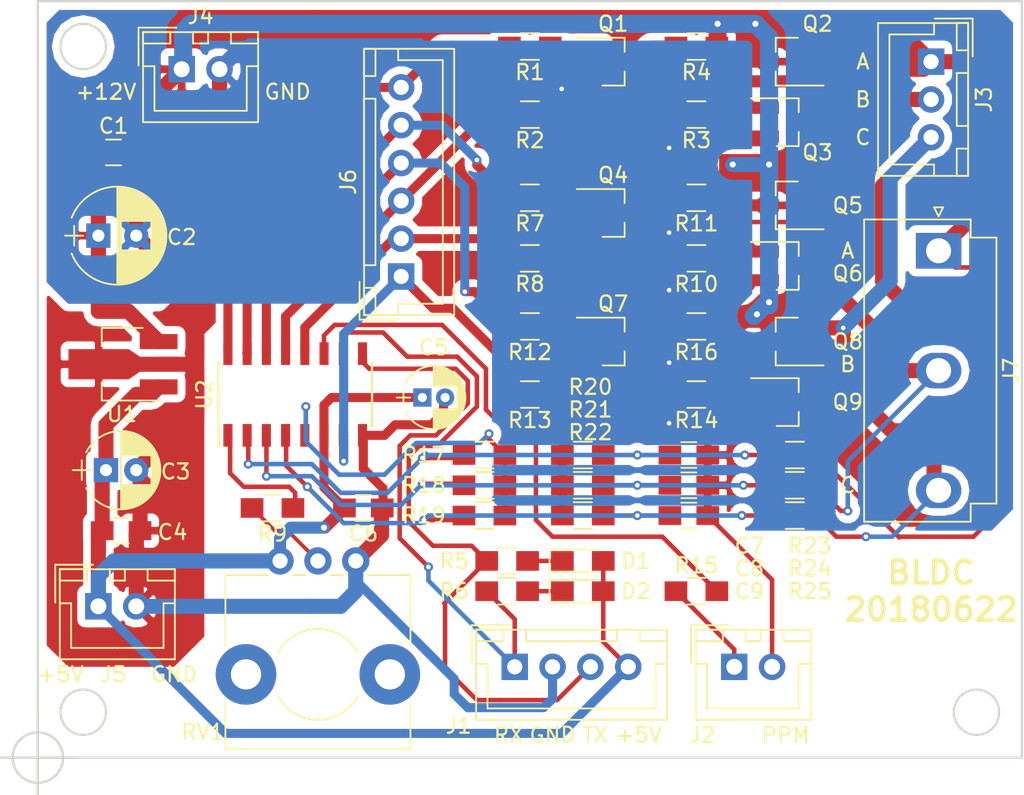
<source format=kicad_pcb>
(kicad_pcb (version 4) (host pcbnew 4.0.7)
  (layers (0 F.Cu signal) (31 B.Cu signal hide) (34 B.Paste user hide) (35 F.Paste user hide) (36 B.SilkS user hide) (37 F.SilkS user) (38 B.Mask user hide) (39 F.Mask user hide) (44 Edge.Cuts user))
  (net 0 "")
  (net 1 +12V)
  (net 2 GND)
  (net 3 +5V)
  (net 4 P13)
  (net 5 P14)
  (net 6 P15)
  (net 7 "Net-(D1-Pad1)")
  (net 8 "Net-(D2-Pad1)")
  (net 9 RX)
  (net 10 TX)
  (net 11 "Net-(J2-Pad1)")
  (net 12 A)
  (net 13 B)
  (net 14 C)
  (net 15 "Net-(Q1-Pad1)")
  (net 16 "Net-(Q1-Pad3)")
  (net 17 "Net-(Q3-Pad1)")
  (net 18 "Net-(Q4-Pad1)")
  (net 19 "Net-(Q4-Pad3)")
  (net 20 "Net-(Q6-Pad1)")
  (net 21 "Net-(Q7-Pad1)")
  (net 22 "Net-(Q7-Pad3)")
  (net 23 "Net-(Q9-Pad1)")
  (net 24 A+)
  (net 25 A-)
  (net 26 B+)
  (net 27 B-)
  (net 28 "Net-(R9-Pad1)")
  (net 29 "Net-(R9-Pad2)")
  (net 30 C+)
  (net 31 C-)
  (net 32 "Net-(R15-Pad2)")
  (net 33 P54)
  (module Connectors_JST:JST_XH_B02B-XH-A_02x2.50mm_Straight (layer F.Cu) (at 59.5 54.5)
    (fp_text reference J4 (at 1.25 -3.5) (layer F.SilkS))
    (fp_text value DC12V)
    (pad 1 thru_hole rect (at 0 0) (size 1.75 1.75) (drill 1.05) (layers *.Cu *.Mask) (net 1 +12V))
    (pad 2 thru_hole circle (at 2.5 0) (size 1.75 1.75) (drill 1.05) (layers *.Cu *.Mask) (net 2 GND))
  )
  (module Capacitors_SMD:C_0805_HandSoldering (layer F.Cu) (at 55 60)
    (fp_text reference C1 (at 0 -1.75) (layer F.SilkS))
    (fp_text value 104 hide)
    (pad 1 smd rect (at -1.25 0) (size 1.5 1.25) (layers F.Cu F.Paste F.Mask) (net 1 +12V))
    (pad 2 smd rect (at 1.25 0) (size 1.5 1.25) (layers F.Cu F.Paste F.Mask) (net 2 GND))
  )
  (module Capacitors_THT:CP_Radial_D6.3mm_P2.50mm (layer F.Cu) (at 54 65.5)
    (fp_text reference C2 (at 5.5 0.1) (layer F.SilkS))
    (fp_text value 470uF)
    (pad 1 thru_hole rect (at 0 0) (size 1.6 1.6) (drill 0.8) (layers *.Cu *.Mask) (net 1 +12V))
    (pad 2 thru_hole circle (at 2.5 0) (size 1.6 1.6) (drill 0.8) (layers *.Cu *.Mask) (net 2 GND))
  )
  (module Capacitors_THT:CP_Radial_D5.0mm_P2.00mm (layer F.Cu) (at 54.5 81)
    (fp_text reference C3 (at 4.6 0.1) (layer F.SilkS))
    (fp_text value 220uF)
    (pad 1 thru_hole rect (at 0 0) (size 1.6 1.6) (drill 0.8) (layers *.Cu *.Mask) (net 3 +5V))
    (pad 2 thru_hole circle (at 2 0) (size 1.6 1.6) (drill 0.8) (layers *.Cu *.Mask) (net 2 GND))
  )
  (module Capacitors_SMD:C_0805_HandSoldering (layer F.Cu) (at 55.5 85)
    (fp_text reference C4 (at 3.4 0.1) (layer F.SilkS))
    (fp_text value 104)
    (pad 1 smd rect (at -1.25 0) (size 1.5 1.25) (layers F.Cu F.Paste F.Mask) (net 3 +5V))
    (pad 2 smd rect (at 1.25 0) (size 1.5 1.25) (layers F.Cu F.Paste F.Mask) (net 2 GND))
  )
  (module Capacitors_THT:CP_Radial_D4.0mm_P1.50mm (layer F.Cu) (at 75.4 76.2)
    (fp_text reference C5 (at 0.75 -3.31) (layer F.SilkS))
    (fp_text value 47uF)
    (pad 1 thru_hole rect (at 0 0) (size 1.2 1.2) (drill 0.6) (layers *.Cu *.Mask) (net 3 +5V))
    (pad 2 thru_hole circle (at 1.5 0) (size 1.2 1.2) (drill 0.6) (layers *.Cu *.Mask) (net 2 GND))
  )
  (module Capacitors_SMD:C_0805_HandSoldering (layer F.Cu) (at 71.5 83.5)
    (fp_text reference C6 (at 0 1.7) (layer F.SilkS))
    (fp_text value 104)
    (pad 1 smd rect (at -1.25 0) (size 1.5 1.25) (layers F.Cu F.Paste F.Mask) (net 3 +5V))
    (pad 2 smd rect (at 1.25 0) (size 1.5 1.25) (layers F.Cu F.Paste F.Mask) (net 2 GND))
  )
  (module Capacitors_SMD:C_0805_HandSoldering (layer F.Cu) (at 93 80)
    (fp_text reference C7 (at 4 6) (layer F.SilkS))
    (fp_text value 104)
    (pad 1 smd rect (at -1.25 0) (size 1.5 1.25) (layers F.Cu F.Paste F.Mask) (net 4 P13))
    (pad 2 smd rect (at 1.25 0) (size 1.5 1.25) (layers F.Cu F.Paste F.Mask) (net 2 GND))
  )
  (module Capacitors_SMD:C_0805_HandSoldering (layer F.Cu) (at 93 82)
    (fp_text reference C8 (at 4 5.5) (layer F.SilkS))
    (fp_text value 104)
    (pad 1 smd rect (at -1.25 0) (size 1.5 1.25) (layers F.Cu F.Paste F.Mask) (net 5 P14))
    (pad 2 smd rect (at 1.25 0) (size 1.5 1.25) (layers F.Cu F.Paste F.Mask) (net 2 GND))
  )
  (module Capacitors_SMD:C_0805_HandSoldering (layer F.Cu) (at 93 84)
    (fp_text reference C9 (at 4 5) (layer F.SilkS))
    (fp_text value 104)
    (pad 1 smd rect (at -1.25 0) (size 1.5 1.25) (layers F.Cu F.Paste F.Mask) (net 6 P15))
    (pad 2 smd rect (at 1.25 0) (size 1.5 1.25) (layers F.Cu F.Paste F.Mask) (net 2 GND))
  )
  (module LEDs:LED_0805_HandSoldering (layer F.Cu) (at 86 87)
    (fp_text reference D1 (at 3.5 0) (layer F.SilkS))
    (fp_text value LED)
    (pad 1 smd rect (at -1.35 0) (size 1.5 1.3) (layers F.Cu F.Paste F.Mask) (net 7 "Net-(D1-Pad1)"))
    (pad 2 smd rect (at 1.35 0) (size 1.5 1.3) (layers F.Cu F.Paste F.Mask) (net 3 +5V))
  )
  (module LEDs:LED_0805_HandSoldering (layer F.Cu) (at 86 89)
    (fp_text reference D2 (at 3.5 0) (layer F.SilkS))
    (fp_text value LED)
    (pad 1 smd rect (at -1.35 0) (size 1.5 1.3) (layers F.Cu F.Paste F.Mask) (net 8 "Net-(D2-Pad1)"))
    (pad 2 smd rect (at 1.35 0) (size 1.5 1.3) (layers F.Cu F.Paste F.Mask) (net 3 +5V))
  )
  (module Connectors_JST:JST_XH_B04B-XH-A_04x2.50mm_Straight (layer F.Cu) (at 81.5 94)
    (fp_text reference J1 (at -3.7 3.9) (layer F.SilkS))
    (fp_text value Download)
    (pad 1 thru_hole rect (at 0 0) (size 1.75 1.75) (drill 1) (layers *.Cu *.Mask) (net 9 RX))
    (pad 2 thru_hole circle (at 2.5 0) (size 1.75 1.75) (drill 1) (layers *.Cu *.Mask) (net 2 GND))
    (pad 3 thru_hole circle (at 5 0) (size 1.75 1.75) (drill 1) (layers *.Cu *.Mask) (net 10 TX))
    (pad 4 thru_hole circle (at 7.5 0) (size 1.75 1.75) (drill 1) (layers *.Cu *.Mask) (net 3 +5V))
  )
  (module Connectors_JST:JST_XH_B02B-XH-A_02x2.50mm_Straight (layer F.Cu) (at 96 94)
    (fp_text reference J2 (at -2.1 4.5) (layer F.SilkS))
    (fp_text value PPM)
    (pad 1 thru_hole rect (at 0 0) (size 1.75 1.75) (drill 1.05) (layers *.Cu *.Mask) (net 11 "Net-(J2-Pad1)"))
    (pad 2 thru_hole circle (at 2.5 0) (size 1.75 1.75) (drill 1.05) (layers *.Cu *.Mask) (net 2 GND))
  )
  (module Connectors_JST:JST_XH_B03B-XH-A_03x2.50mm_Straight (layer F.Cu) (at 109 54 270)
    (fp_text reference J3 (at 2.5 -3.5 270) (layer F.SilkS))
    (fp_text value BLDC)
    (pad 1 thru_hole rect (at 0 0 270) (size 1.75 1.75) (drill 1) (layers *.Cu *.Mask) (net 12 A))
    (pad 2 thru_hole circle (at 2.5 0 270) (size 1.75 1.75) (drill 1) (layers *.Cu *.Mask) (net 13 B))
    (pad 3 thru_hole circle (at 5 0 270) (size 1.75 1.75) (drill 1) (layers *.Cu *.Mask) (net 14 C))
  )
  (module TO_SOT_Packages_SMD:SOT-23_Handsoldering (layer F.Cu) (at 88 54)
    (fp_text reference Q1 (at 0 -2.5) (layer F.SilkS))
    (fp_text value DTC143Z)
    (pad 1 smd rect (at -1.5 -0.95) (size 1.9 0.8) (layers F.Cu F.Paste F.Mask) (net 15 "Net-(Q1-Pad1)"))
    (pad 2 smd rect (at -1.5 0.95) (size 1.9 0.8) (layers F.Cu F.Paste F.Mask) (net 2 GND))
    (pad 3 smd rect (at 1.5 0) (size 1.9 0.8) (layers F.Cu F.Paste F.Mask) (net 16 "Net-(Q1-Pad3)"))
  )
  (module TO_SOT_Packages_SMD:SOT-23_Handsoldering (layer F.Cu) (at 99.5 54 180)
    (fp_text reference Q2 (at -2 2.5 180) (layer F.SilkS))
    (fp_text value Q_PMOS_GSD)
    (pad 1 smd rect (at -1.5 -0.95 180) (size 1.9 0.8) (layers F.Cu F.Paste F.Mask) (net 16 "Net-(Q1-Pad3)"))
    (pad 2 smd rect (at -1.5 0.95 180) (size 1.9 0.8) (layers F.Cu F.Paste F.Mask) (net 12 A))
    (pad 3 smd rect (at 1.5 0 180) (size 1.9 0.8) (layers F.Cu F.Paste F.Mask) (net 1 +12V))
  )
  (module TO_SOT_Packages_SMD:SOT-23_Handsoldering (layer F.Cu) (at 99.5 58)
    (fp_text reference Q3 (at 2 2) (layer F.SilkS))
    (fp_text value Q_NMOS_GSD)
    (pad 1 smd rect (at -1.5 -0.95) (size 1.9 0.8) (layers F.Cu F.Paste F.Mask) (net 17 "Net-(Q3-Pad1)"))
    (pad 2 smd rect (at -1.5 0.95) (size 1.9 0.8) (layers F.Cu F.Paste F.Mask) (net 2 GND))
    (pad 3 smd rect (at 1.5 0) (size 1.9 0.8) (layers F.Cu F.Paste F.Mask) (net 12 A))
  )
  (module TO_SOT_Packages_SMD:SOT-23_Handsoldering (layer F.Cu) (at 88 64)
    (fp_text reference Q4 (at 0 -2.5) (layer F.SilkS))
    (fp_text value DTC143Z)
    (pad 1 smd rect (at -1.5 -0.95) (size 1.9 0.8) (layers F.Cu F.Paste F.Mask) (net 18 "Net-(Q4-Pad1)"))
    (pad 2 smd rect (at -1.5 0.95) (size 1.9 0.8) (layers F.Cu F.Paste F.Mask) (net 2 GND))
    (pad 3 smd rect (at 1.5 0) (size 1.9 0.8) (layers F.Cu F.Paste F.Mask) (net 19 "Net-(Q4-Pad3)"))
  )
  (module TO_SOT_Packages_SMD:SOT-23_Handsoldering (layer F.Cu) (at 99.5 63.5 180)
    (fp_text reference Q5 (at -4 0 180) (layer F.SilkS))
    (fp_text value Q_PMOS_GSD)
    (pad 1 smd rect (at -1.5 -0.95 180) (size 1.9 0.8) (layers F.Cu F.Paste F.Mask) (net 19 "Net-(Q4-Pad3)"))
    (pad 2 smd rect (at -1.5 0.95 180) (size 1.9 0.8) (layers F.Cu F.Paste F.Mask) (net 13 B))
    (pad 3 smd rect (at 1.5 0 180) (size 1.9 0.8) (layers F.Cu F.Paste F.Mask) (net 1 +12V))
  )
  (module TO_SOT_Packages_SMD:SOT-23_Handsoldering (layer F.Cu) (at 99.5 67.5)
    (fp_text reference Q6 (at 4 0.5) (layer F.SilkS))
    (fp_text value Q_NMOS_GSD)
    (pad 1 smd rect (at -1.5 -0.95) (size 1.9 0.8) (layers F.Cu F.Paste F.Mask) (net 20 "Net-(Q6-Pad1)"))
    (pad 2 smd rect (at -1.5 0.95) (size 1.9 0.8) (layers F.Cu F.Paste F.Mask) (net 2 GND))
    (pad 3 smd rect (at 1.5 0) (size 1.9 0.8) (layers F.Cu F.Paste F.Mask) (net 13 B))
  )
  (module TO_SOT_Packages_SMD:SOT-23_Handsoldering (layer F.Cu) (at 88 72.5)
    (fp_text reference Q7 (at 0 -2.5) (layer F.SilkS))
    (fp_text value DTC143Z)
    (pad 1 smd rect (at -1.5 -0.95) (size 1.9 0.8) (layers F.Cu F.Paste F.Mask) (net 21 "Net-(Q7-Pad1)"))
    (pad 2 smd rect (at -1.5 0.95) (size 1.9 0.8) (layers F.Cu F.Paste F.Mask) (net 2 GND))
    (pad 3 smd rect (at 1.5 0) (size 1.9 0.8) (layers F.Cu F.Paste F.Mask) (net 22 "Net-(Q7-Pad3)"))
  )
  (module TO_SOT_Packages_SMD:SOT-23_Handsoldering (layer F.Cu) (at 99.5 72.5 180)
    (fp_text reference Q8 (at -4 0 180) (layer F.SilkS))
    (fp_text value Q_PMOS_GSD)
    (pad 1 smd rect (at -1.5 -0.95 180) (size 1.9 0.8) (layers F.Cu F.Paste F.Mask) (net 22 "Net-(Q7-Pad3)"))
    (pad 2 smd rect (at -1.5 0.95 180) (size 1.9 0.8) (layers F.Cu F.Paste F.Mask) (net 14 C))
    (pad 3 smd rect (at 1.5 0 180) (size 1.9 0.8) (layers F.Cu F.Paste F.Mask) (net 1 +12V))
  )
  (module TO_SOT_Packages_SMD:SOT-23_Handsoldering (layer F.Cu) (at 99.5 76.5)
    (fp_text reference Q9 (at 4 0) (layer F.SilkS))
    (fp_text value Q_NMOS_GSD)
    (pad 1 smd rect (at -1.5 -0.95) (size 1.9 0.8) (layers F.Cu F.Paste F.Mask) (net 23 "Net-(Q9-Pad1)"))
    (pad 2 smd rect (at -1.5 0.95) (size 1.9 0.8) (layers F.Cu F.Paste F.Mask) (net 2 GND))
    (pad 3 smd rect (at 1.5 0) (size 1.9 0.8) (layers F.Cu F.Paste F.Mask) (net 14 C))
  )
  (module Resistors_SMD:R_0805_HandSoldering (layer F.Cu) (at 82.5 53 180)
    (fp_text reference R1 (at 0 -1.7 180) (layer F.SilkS))
    (fp_text value 1k)
    (pad 1 smd rect (at -1.35 0 180) (size 1.5 1.3) (layers F.Cu F.Paste F.Mask) (net 15 "Net-(Q1-Pad1)"))
    (pad 2 smd rect (at 1.35 0 180) (size 1.5 1.3) (layers F.Cu F.Paste F.Mask) (net 24 A+))
  )
  (module Resistors_SMD:R_0805_HandSoldering (layer F.Cu) (at 82.5 57.5 180)
    (fp_text reference R2 (at 0 -1.7 180) (layer F.SilkS))
    (fp_text value 100)
    (pad 1 smd rect (at -1.35 0 180) (size 1.5 1.3) (layers F.Cu F.Paste F.Mask) (net 17 "Net-(Q3-Pad1)"))
    (pad 2 smd rect (at 1.35 0 180) (size 1.5 1.3) (layers F.Cu F.Paste F.Mask) (net 25 A-))
  )
  (module Resistors_SMD:R_0805_HandSoldering (layer F.Cu) (at 93.5 57.5 180)
    (fp_text reference R3 (at 0 -1.7 180) (layer F.SilkS))
    (fp_text value 18K)
    (pad 1 smd rect (at -1.35 0 180) (size 1.5 1.3) (layers F.Cu F.Paste F.Mask) (net 2 GND))
    (pad 2 smd rect (at 1.35 0 180) (size 1.5 1.3) (layers F.Cu F.Paste F.Mask) (net 17 "Net-(Q3-Pad1)"))
  )
  (module Resistors_SMD:R_0805_HandSoldering (layer F.Cu) (at 93.5 53 180)
    (fp_text reference R4 (at 0 -1.7 180) (layer F.SilkS))
    (fp_text value 470)
    (pad 1 smd rect (at -1.35 0 180) (size 1.5 1.3) (layers F.Cu F.Paste F.Mask) (net 1 +12V))
    (pad 2 smd rect (at 1.35 0 180) (size 1.5 1.3) (layers F.Cu F.Paste F.Mask) (net 16 "Net-(Q1-Pad3)"))
  )
  (module Resistors_SMD:R_0805_HandSoldering (layer F.Cu) (at 81 87)
    (fp_text reference R5 (at -3.5 0) (layer F.SilkS))
    (fp_text value 1k)
    (pad 1 smd rect (at -1.35 0) (size 1.5 1.3) (layers F.Cu F.Paste F.Mask) (net 10 TX))
    (pad 2 smd rect (at 1.35 0) (size 1.5 1.3) (layers F.Cu F.Paste F.Mask) (net 7 "Net-(D1-Pad1)"))
  )
  (module Resistors_SMD:R_0805_HandSoldering (layer F.Cu) (at 81 89)
    (fp_text reference R6 (at -3.5 0) (layer F.SilkS))
    (fp_text value 1k)
    (pad 1 smd rect (at -1.35 0) (size 1.5 1.3) (layers F.Cu F.Paste F.Mask) (net 9 RX))
    (pad 2 smd rect (at 1.35 0) (size 1.5 1.3) (layers F.Cu F.Paste F.Mask) (net 8 "Net-(D2-Pad1)"))
  )
  (module Resistors_SMD:R_0805_HandSoldering (layer F.Cu) (at 82.5 63 180)
    (fp_text reference R7 (at 0 -1.7 180) (layer F.SilkS))
    (fp_text value 1k)
    (pad 1 smd rect (at -1.35 0 180) (size 1.5 1.3) (layers F.Cu F.Paste F.Mask) (net 18 "Net-(Q4-Pad1)"))
    (pad 2 smd rect (at 1.35 0 180) (size 1.5 1.3) (layers F.Cu F.Paste F.Mask) (net 26 B+))
  )
  (module Resistors_SMD:R_0805_HandSoldering (layer F.Cu) (at 82.5 67 180)
    (fp_text reference R8 (at 0 -1.7 180) (layer F.SilkS))
    (fp_text value 100)
    (pad 1 smd rect (at -1.35 0 180) (size 1.5 1.3) (layers F.Cu F.Paste F.Mask) (net 20 "Net-(Q6-Pad1)"))
    (pad 2 smd rect (at 1.35 0 180) (size 1.5 1.3) (layers F.Cu F.Paste F.Mask) (net 27 B-))
  )
  (module Resistors_SMD:R_0805_HandSoldering (layer F.Cu) (at 65.5 83.5 180)
    (fp_text reference R9 (at 0 -1.7 180) (layer F.SilkS))
    (fp_text value 470)
    (pad 1 smd rect (at -1.35 0 180) (size 1.5 1.3) (layers F.Cu F.Paste F.Mask) (net 28 "Net-(R9-Pad1)"))
    (pad 2 smd rect (at 1.35 0 180) (size 1.5 1.3) (layers F.Cu F.Paste F.Mask) (net 29 "Net-(R9-Pad2)"))
  )
  (module Resistors_SMD:R_0805_HandSoldering (layer F.Cu) (at 93.5 67 180)
    (fp_text reference R10 (at 0 -1.7 180) (layer F.SilkS))
    (fp_text value 18K)
    (pad 1 smd rect (at -1.35 0 180) (size 1.5 1.3) (layers F.Cu F.Paste F.Mask) (net 2 GND))
    (pad 2 smd rect (at 1.35 0 180) (size 1.5 1.3) (layers F.Cu F.Paste F.Mask) (net 20 "Net-(Q6-Pad1)"))
  )
  (module Resistors_SMD:R_0805_HandSoldering (layer F.Cu) (at 93.5 63 180)
    (fp_text reference R11 (at 0 -1.7 180) (layer F.SilkS))
    (fp_text value 470)
    (pad 1 smd rect (at -1.35 0 180) (size 1.5 1.3) (layers F.Cu F.Paste F.Mask) (net 1 +12V))
    (pad 2 smd rect (at 1.35 0 180) (size 1.5 1.3) (layers F.Cu F.Paste F.Mask) (net 19 "Net-(Q4-Pad3)"))
  )
  (module Resistors_SMD:R_0805_HandSoldering (layer F.Cu) (at 82.5 71.5 180)
    (fp_text reference R12 (at 0 -1.7 180) (layer F.SilkS))
    (fp_text value 1k)
    (pad 1 smd rect (at -1.35 0 180) (size 1.5 1.3) (layers F.Cu F.Paste F.Mask) (net 21 "Net-(Q7-Pad1)"))
    (pad 2 smd rect (at 1.35 0 180) (size 1.5 1.3) (layers F.Cu F.Paste F.Mask) (net 30 C+))
  )
  (module Resistors_SMD:R_0805_HandSoldering (layer F.Cu) (at 82.5 76 180)
    (fp_text reference R13 (at 0 -1.7 180) (layer F.SilkS))
    (fp_text value 100)
    (pad 1 smd rect (at -1.35 0 180) (size 1.5 1.3) (layers F.Cu F.Paste F.Mask) (net 23 "Net-(Q9-Pad1)"))
    (pad 2 smd rect (at 1.35 0 180) (size 1.5 1.3) (layers F.Cu F.Paste F.Mask) (net 31 C-))
  )
  (module Resistors_SMD:R_0805_HandSoldering (layer F.Cu) (at 93.5 76 180)
    (fp_text reference R14 (at 0 -1.7 180) (layer F.SilkS))
    (fp_text value 18K)
    (pad 1 smd rect (at -1.35 0 180) (size 1.5 1.3) (layers F.Cu F.Paste F.Mask) (net 2 GND))
    (pad 2 smd rect (at 1.35 0 180) (size 1.5 1.3) (layers F.Cu F.Paste F.Mask) (net 23 "Net-(Q9-Pad1)"))
  )
  (module Resistors_SMD:R_0805_HandSoldering (layer F.Cu) (at 93.5 89)
    (fp_text reference R15 (at 0 -1.7) (layer F.SilkS))
    (fp_text value 470)
    (pad 1 smd rect (at -1.35 0) (size 1.5 1.3) (layers F.Cu F.Paste F.Mask) (net 11 "Net-(J2-Pad1)"))
    (pad 2 smd rect (at 1.35 0) (size 1.5 1.3) (layers F.Cu F.Paste F.Mask) (net 32 "Net-(R15-Pad2)"))
  )
  (module Resistors_SMD:R_0805_HandSoldering (layer F.Cu) (at 93.5 71.5 180)
    (fp_text reference R16 (at 0 -1.7 180) (layer F.SilkS))
    (fp_text value 470)
    (pad 1 smd rect (at -1.35 0 180) (size 1.5 1.3) (layers F.Cu F.Paste F.Mask) (net 1 +12V))
    (pad 2 smd rect (at 1.35 0 180) (size 1.5 1.3) (layers F.Cu F.Paste F.Mask) (net 22 "Net-(Q7-Pad3)"))
  )
  (module Resistors_SMD:R_0805_HandSoldering (layer F.Cu) (at 79.5 80)
    (fp_text reference R17 (at -4 0) (layer F.SilkS))
    (fp_text value 10k)
    (pad 1 smd rect (at -1.35 0) (size 1.5 1.3) (layers F.Cu F.Paste F.Mask) (net 4 P13))
    (pad 2 smd rect (at 1.35 0) (size 1.5 1.3) (layers F.Cu F.Paste F.Mask) (net 33 P54))
  )
  (module Resistors_SMD:R_0805_HandSoldering (layer F.Cu) (at 79.5 82)
    (fp_text reference R18 (at -4 0) (layer F.SilkS))
    (fp_text value 10k)
    (pad 1 smd rect (at -1.35 0) (size 1.5 1.3) (layers F.Cu F.Paste F.Mask) (net 5 P14))
    (pad 2 smd rect (at 1.35 0) (size 1.5 1.3) (layers F.Cu F.Paste F.Mask) (net 33 P54))
  )
  (module Resistors_SMD:R_0805_HandSoldering (layer F.Cu) (at 79.5 84)
    (fp_text reference R19 (at -4 0) (layer F.SilkS))
    (fp_text value 10k)
    (pad 1 smd rect (at -1.35 0) (size 1.5 1.3) (layers F.Cu F.Paste F.Mask) (net 6 P15))
    (pad 2 smd rect (at 1.35 0) (size 1.5 1.3) (layers F.Cu F.Paste F.Mask) (net 33 P54))
  )
  (module Resistors_SMD:R_0805_HandSoldering (layer F.Cu) (at 86 80)
    (fp_text reference R20 (at 0.5 -4.5) (layer F.SilkS))
    (fp_text value 2k)
    (pad 1 smd rect (at -1.35 0) (size 1.5 1.3) (layers F.Cu F.Paste F.Mask) (net 2 GND))
    (pad 2 smd rect (at 1.35 0) (size 1.5 1.3) (layers F.Cu F.Paste F.Mask) (net 4 P13))
  )
  (module Resistors_SMD:R_0805_HandSoldering (layer F.Cu) (at 86 82)
    (fp_text reference R21 (at 0.5 -5) (layer F.SilkS))
    (fp_text value 2k)
    (pad 1 smd rect (at -1.35 0) (size 1.5 1.3) (layers F.Cu F.Paste F.Mask) (net 2 GND))
    (pad 2 smd rect (at 1.35 0) (size 1.5 1.3) (layers F.Cu F.Paste F.Mask) (net 5 P14))
  )
  (module Resistors_SMD:R_0805_HandSoldering (layer F.Cu) (at 86 84)
    (fp_text reference R22 (at 0.5 -5.5) (layer F.SilkS))
    (fp_text value 2k)
    (pad 1 smd rect (at -1.35 0) (size 1.5 1.3) (layers F.Cu F.Paste F.Mask) (net 2 GND))
    (pad 2 smd rect (at 1.35 0) (size 1.5 1.3) (layers F.Cu F.Paste F.Mask) (net 6 P15))
  )
  (module Resistors_SMD:R_0805_HandSoldering (layer F.Cu) (at 100 80 180)
    (fp_text reference R23 (at -1 -6 180) (layer F.SilkS))
    (fp_text value 10k)
    (pad 1 smd rect (at -1.35 0 180) (size 1.5 1.3) (layers F.Cu F.Paste F.Mask) (net 12 A))
    (pad 2 smd rect (at 1.35 0 180) (size 1.5 1.3) (layers F.Cu F.Paste F.Mask) (net 4 P13))
  )
  (module Resistors_SMD:R_0805_HandSoldering (layer F.Cu) (at 100 82 180)
    (fp_text reference R24 (at -1 -5.5 180) (layer F.SilkS))
    (fp_text value 10k)
    (pad 1 smd rect (at -1.35 0 180) (size 1.5 1.3) (layers F.Cu F.Paste F.Mask) (net 13 B))
    (pad 2 smd rect (at 1.35 0 180) (size 1.5 1.3) (layers F.Cu F.Paste F.Mask) (net 5 P14))
  )
  (module Resistors_SMD:R_0805_HandSoldering (layer F.Cu) (at 100 84 180)
    (fp_text reference R25 (at -1 -5 180) (layer F.SilkS))
    (fp_text value 10k)
    (pad 1 smd rect (at -1.35 0 180) (size 1.5 1.3) (layers F.Cu F.Paste F.Mask) (net 14 C))
    (pad 2 smd rect (at 1.35 0 180) (size 1.5 1.3) (layers F.Cu F.Paste F.Mask) (net 6 P15))
  )
  (module Potentiometers:Potentiometer_Alps_RK09L_Sleve_Single_Horizontal (layer F.Cu) (at 66 87 270)
    (fp_text reference RV1 (at 11.3 5.1 360) (layer F.SilkS))
    (fp_text value "RK09L 10K")
    (pad 3 thru_hole circle (at 0 -5 270) (size 1.8 1.8) (drill 1) (layers *.Cu *.Mask) (net 2 GND))
    (pad 2 thru_hole circle (at 0 -2.5 270) (size 1.8 1.8) (drill 1) (layers *.Cu *.Mask) (net 29 "Net-(R9-Pad2)"))
    (pad 1 thru_hole circle (at 0 0 270) (size 1.8 1.8) (drill 1) (layers *.Cu *.Mask) (net 3 +5V))
    (pad 0 np_thru_hole circle (at 7.5 -7.25 270) (size 4 4) (drill 2) (layers *.Cu *.Mask))
    (pad 0 np_thru_hole circle (at 7.5 2.25 270) (size 4 4) (drill 2) (layers *.Cu *.Mask))
  )
  (module TO_SOT_Packages_SMD:SOT-89-3_Handsoldering (layer F.Cu) (at 56 74 180)
    (fp_text reference U1 (at 0.45 -3.3 180) (layer F.SilkS))
    (fp_text value L78L05_SOT89 hide)
    (pad 1 smd rect (at -1.98 -1.5 90) (size 1 2.5) (layers F.Cu F.Paste F.Mask) (net 3 +5V))
    (pad 2 smd rect (at -1.98 0 90) (size 1 2.5) (layers F.Cu F.Paste F.Mask) (net 2 GND))
    (pad 3 smd rect (at -1.98 1.5 90) (size 1 2.5) (layers F.Cu F.Paste F.Mask) (net 1 +12V))
    (pad 2 smd rect (at 1.98 0 90) (size 2 4) (layers F.Cu F.Paste F.Mask) (net 2 GND))
    (pad 2 smd trapezoid (at -0.37 0 270) (size 1.5 0.75) (rect_delta 0 0.5) (layers F.Cu F.Paste F.Mask) (net 2 GND))
  )
  (module Housings_SOIC:SOIC-16_3.9x9.9mm_Pitch1.27mm (layer F.Cu) (at 67 76 90)
    (fp_text reference U2 (at 0 -6 90) (layer F.SilkS))
    (fp_text value STC15W401AS-SOP16)
    (pad 1 smd rect (at -2.7 -4.445 90) (size 1.5 0.6) (layers F.Cu F.Paste F.Mask) (net 28 "Net-(R9-Pad1)"))
    (pad 2 smd rect (at -2.7 -3.175 90) (size 1.5 0.6) (layers F.Cu F.Paste F.Mask) (net 4 P13))
    (pad 3 smd rect (at -2.7 -1.905 90) (size 1.5 0.6) (layers F.Cu F.Paste F.Mask) (net 5 P14))
    (pad 4 smd rect (at -2.7 -0.635 90) (size 1.5 0.6) (layers F.Cu F.Paste F.Mask) (net 6 P15))
    (pad 5 smd rect (at -2.7 0.635 90) (size 1.5 0.6) (layers F.Cu F.Paste F.Mask) (net 33 P54))
    (pad 6 smd rect (at -2.7 1.905 90) (size 1.5 0.6) (layers F.Cu F.Paste F.Mask) (net 3 +5V))
    (pad 7 smd rect (at -2.7 3.175 90) (size 1.5 0.6) (layers F.Cu F.Paste F.Mask) (net 31 C-))
    (pad 8 smd rect (at -2.7 4.445 90) (size 1.5 0.6) (layers F.Cu F.Paste F.Mask) (net 2 GND))
    (pad 9 smd rect (at 2.7 4.445 90) (size 1.5 0.6) (layers F.Cu F.Paste F.Mask) (net 9 RX))
    (pad 10 smd rect (at 2.7 3.175 90) (size 1.5 0.6) (layers F.Cu F.Paste F.Mask) (net 10 TX))
    (pad 11 smd rect (at 2.7 1.905 90) (size 1.5 0.6) (layers F.Cu F.Paste F.Mask) (net 32 "Net-(R15-Pad2)"))
    (pad 12 smd rect (at 2.7 0.635 90) (size 1.5 0.6) (layers F.Cu F.Paste F.Mask) (net 27 B-))
    (pad 13 smd rect (at 2.7 -0.635 90) (size 1.5 0.6) (layers F.Cu F.Paste F.Mask) (net 25 A-))
    (pad 14 smd rect (at 2.7 -1.905 90) (size 1.5 0.6) (layers F.Cu F.Paste F.Mask) (net 30 C+))
    (pad 15 smd rect (at 2.7 -3.175 90) (size 1.5 0.6) (layers F.Cu F.Paste F.Mask) (net 26 B+))
    (pad 16 smd rect (at 2.7 -4.445 90) (size 1.5 0.6) (layers F.Cu F.Paste F.Mask) (net 24 A+))
  )
  (module Connectors_JST:JST_XH_B02B-XH-A_02x2.50mm_Straight (layer F.Cu) (at 54 90)
    (fp_text reference J5 (at 1 4.5) (layer F.SilkS))
    (fp_text value DC5V)
    (pad 1 thru_hole rect (at 0 0) (size 1.75 1.75) (drill 1.05) (layers *.Cu *.Mask) (net 3 +5V))
    (pad 2 thru_hole circle (at 2.5 0) (size 1.75 1.75) (drill 1.05) (layers *.Cu *.Mask) (net 2 GND))
  )
  (module Connectors_JST:JST_XH_B06B-XH-A_06x2.50mm_Straight (layer F.Cu) (at 74 68.2 90)
    (fp_text reference J6 (at 6.25 -3.5 90) (layer F.SilkS))
    (fp_text value PWM)
    (pad 1 thru_hole rect (at 0 0 90) (size 1.75 1.75) (drill 1) (layers *.Cu *.Mask) (net 31 C-))
    (pad 2 thru_hole circle (at 2.5 0 90) (size 1.75 1.75) (drill 1) (layers *.Cu *.Mask) (net 27 B-))
    (pad 3 thru_hole circle (at 5 0 90) (size 1.75 1.75) (drill 1) (layers *.Cu *.Mask) (net 25 A-))
    (pad 4 thru_hole circle (at 7.5 0 90) (size 1.75 1.75) (drill 1) (layers *.Cu *.Mask) (net 30 C+))
    (pad 5 thru_hole circle (at 10 0 90) (size 1.75 1.75) (drill 1) (layers *.Cu *.Mask) (net 26 B+))
    (pad 6 thru_hole circle (at 12.5 0 90) (size 1.75 1.75) (drill 1) (layers *.Cu *.Mask) (net 24 A+))
  )
  (module BLDC_STC15W401:JST_VH_B5P-VH-B_5A3x3.96mm_Vertical (layer F.Cu) (at 109.5 66.5 270)
    (fp_text reference J7 (at 7.92 -4.8 270) (layer F.SilkS))
    (fp_text value BLDC)
    (pad 1 thru_hole rect (at 0 0 270) (size 2.35 3) (drill 1.65) (layers *.Cu *.Mask) (net 12 A))
    (pad 2 thru_hole oval (at 7.92 0 270) (size 2.35 3) (drill 1.65) (layers *.Cu *.Mask) (net 13 B))
    (pad 3 thru_hole oval (at 15.84 0 270) (size 2.35 3) (drill 1.65) (layers *.Cu *.Mask) (net 14 C))
  )
  (target plus (at 50 100) (size 5) (width 0.15) (layer Edge.Cuts))
  (target plus (at 50 100) (size 5) (width 0.15) (layer Edge.Cuts))
  (gr_text +5V (at 51.5 94.5) (layer F.SilkS) (effects (font (size 1 1))))
  (gr_text GND (at 59 94.5) (layer F.SilkS) (effects (font (size 1 1))))
  (gr_text +12V (at 54.5 56) (layer F.SilkS) (effects (font (size 1 1))))
  (gr_text GND (at 66.5 56) (layer F.SilkS) (effects (font (size 1 1))))
  (gr_text C (at 103.5 82) (layer F.SilkS) (effects (font (size 1 1))))
  (gr_text B (at 103.5 74) (layer F.SilkS) (effects (font (size 1 1))))
  (gr_text A (at 103.5 66.5) (layer F.SilkS) (effects (font (size 1 1))))
  (gr_text C (at 104.5 59) (layer F.SilkS) (effects (font (size 1 1))))
  (gr_text B (at 104.5 56.5) (layer F.SilkS) (effects (font (size 1 1))))
  (gr_text A (at 104.5 54) (layer F.SilkS) (effects (font (size 1 1))))
  (gr_text PPM (at 99.4 98.5) (layer F.SilkS) (effects (font (size 1 1))))
  (gr_text +5V (at 89.7 98.5) (layer F.SilkS) (effects (font (size 1 1))))
  (gr_text TX (at 86.8 98.5) (layer F.SilkS) (effects (font (size 1 1))))
  (gr_text GND (at 84 98.5) (layer F.SilkS) (effects (font (size 1 1))))
  (gr_text RX (at 81.1 98.5) (layer F.SilkS) (effects (font (size 1 1))))
  (gr_text "BLDC\n20180622" (at 109 89) (layer F.SilkS) (effects (font (size 1.5 1.5) (thickness 0.3))))
  (gr_circle (center 112 97) (end 113.5 97) (layer Edge.Cuts) (width 0.15))
  (gr_circle (center 53 53) (end 54.5 53) (layer Edge.Cuts) (width 0.15))
  (gr_circle (center 53 97) (end 54.5 97) (layer Edge.Cuts) (width 0.15))
  (gr_line (start 115 50) (end 50 50) (angle 90) (layer Edge.Cuts) (width 0.15))
  (gr_line (start 115 100) (end 115 50) (angle 90) (layer Edge.Cuts) (width 0.15))
  (gr_line (start 50 100) (end 115 100) (angle 90) (layer Edge.Cuts) (width 0.15))
  (gr_line (start 50 50) (end 50 100) (angle 90) (layer Edge.Cuts) (width 0.15))
  (via (at 98.3 69.9) (size 0.6) (drill 0.4) (layers F.Cu B.Cu) (net 1))
  (segment (start 98.3 69.9) (end 98.3 72.2) (width 1) (layer F.Cu) (net 1))
  (segment (start 98.3 72.2) (end 98 72.5) (width 1) (layer F.Cu) (net 1))
  (segment (start 97.35 70.75) (end 97.4 70.7) (width 0.3) (layer B.Cu) (net 1))
  (segment (start 95.65 70.7) (end 94.85 71.5) (width 1) (layer F.Cu) (net 1))
  (segment (start 97.5 70.7) (end 95.65 70.7) (width 1) (layer F.Cu) (net 1))
  (via (at 97.5 70.7) (size 0.6) (drill 0.4) (layers F.Cu B.Cu) (net 1))
  (segment (start 97.4 70.7) (end 97.5 70.7) (width 0.3) (layer B.Cu) (net 1))
  (segment (start 98.3 60.8) (end 95.9 60.8) (width 1) (layer B.Cu) (net 1))
  (segment (start 95.9 61.95) (end 94.85 63) (width 1) (layer F.Cu) (net 1))
  (segment (start 95.9 61.4) (end 95.9 61.95) (width 1) (layer F.Cu) (net 1))
  (segment (start 95.9 61) (end 95.9 61.4) (width 1) (layer F.Cu) (net 1))
  (segment (start 95.9 60.8) (end 95.9 61) (width 1) (layer F.Cu) (net 1))
  (via (at 95.9 60.8) (size 0.6) (drill 0.4) (layers F.Cu B.Cu) (net 1))
  (via (at 98.3 60.8) (size 0.6) (drill 0.4) (layers F.Cu B.Cu) (net 1))
  (segment (start 98.3 60.8) (end 98.3 63.2) (width 1.2) (layer F.Cu) (net 1))
  (segment (start 98.3 63.2) (end 98 63.5) (width 1.2) (layer F.Cu) (net 1))
  (segment (start 94.9 51.5) (end 97.4 51.5) (width 1.2) (layer B.Cu) (net 1))
  (via (at 94.9 51.5) (size 0.6) (drill 0.4) (layers F.Cu B.Cu) (net 1))
  (segment (start 94.9 51.5) (end 94.9 52.95) (width 1.2) (layer F.Cu) (net 1))
  (segment (start 94.9 52.95) (end 94.85 53) (width 1.2) (layer F.Cu) (net 1))
  (segment (start 97.5 51.6) (end 97.4 51.5) (width 1.2) (layer B.Cu) (net 1))
  (segment (start 97.5 51.6) (end 98.3 52.4) (width 1.2) (layer B.Cu) (net 1))
  (segment (start 98.3 52.4) (end 98.3 60.8) (width 1.2) (layer B.Cu) (net 1))
  (segment (start 98.3 60.8) (end 98.3 69.9) (width 1.2) (layer B.Cu) (net 1))
  (segment (start 98.3 69.9) (end 98.3 70.1) (width 1.2) (layer B.Cu) (net 1))
  (segment (start 98.3 70.1) (end 98 70.1) (width 1.2) (layer B.Cu) (net 1))
  (segment (start 98 70.1) (end 97.35 70.75) (width 1.2) (layer B.Cu) (net 1))
  (segment (start 97.35 70.75) (end 97.3 70.8) (width 1.2) (layer B.Cu) (net 1))
  (via (at 97.4 51.5) (size 0.6) (drill 0.4) (layers F.Cu B.Cu) (net 1))
  (segment (start 97.4 53.4) (end 98 54) (width 1.2) (layer F.Cu) (net 1))
  (segment (start 97.4 51.5) (end 97.4 53.4) (width 1.2) (layer F.Cu) (net 1))
  (segment (start 59.5 54.5) (end 59.6 54.4) (width 1.2) (layer B.Cu) (net 1))
  (segment (start 59.6 54.4) (end 59.6 52) (width 1.2) (layer B.Cu) (net 1))
  (segment (start 68.6 51.5) (end 94.9 51.5) (width 1.2) (layer B.Cu) (net 1))
  (segment (start 60.1 51.5) (end 68.6 51.5) (width 1.2) (layer B.Cu) (net 1))
  (segment (start 59.6 52) (end 60.1 51.5) (width 1.2) (layer B.Cu) (net 1))
  (segment (start 54 65.5) (end 54 70.5) (width 1) (layer F.Cu) (net 1))
  (segment (start 55.98 70.5) (end 57.98 72.5) (width 1) (layer F.Cu) (net 1))
  (segment (start 54 70.5) (end 55.98 70.5) (width 1) (layer F.Cu) (net 1))
  (segment (start 53.75 60) (end 54 60.25) (width 1) (layer F.Cu) (net 1))
  (segment (start 54 60.25) (end 54 65.5) (width 1) (layer F.Cu) (net 1))
  (segment (start 59.5 54.5) (end 57.5 56.5) (width 1) (layer F.Cu) (net 1))
  (segment (start 53.5 58.5) (end 53.5 59.75) (width 1) (layer F.Cu) (net 1))
  (segment (start 55.5 56.5) (end 53.5 58.5) (width 1) (layer F.Cu) (net 1))
  (segment (start 57.5 56.5) (end 55.5 56.5) (width 1) (layer F.Cu) (net 1))
  (segment (start 53.5 59.75) (end 53.75 60) (width 1) (layer F.Cu) (net 1))
  (segment (start 95.575 58.225) (end 95.575 58.425) (width 1) (layer F.Cu) (net 2))
  (segment (start 95.575 58.425) (end 95.5 58.5) (width 1) (layer F.Cu) (net 2))
  (segment (start 94.85 67) (end 94.8 67.05) (width 0.3) (layer F.Cu) (net 2))
  (segment (start 94.8 67.05) (end 94.8 69.1) (width 0.3) (layer F.Cu) (net 2))
  (segment (start 98 68.45) (end 97.75 68.7) (width 0.3) (layer F.Cu) (net 2))
  (segment (start 97.75 68.7) (end 96.9 68.7) (width 0.3) (layer F.Cu) (net 2))
  (via (at 91.7 69.1) (size 0.6) (drill 0.3) (layers F.Cu B.Cu) (net 2))
  (segment (start 91.7 69.1) (end 94.8 69.1) (width 1) (layer F.Cu) (net 2))
  (segment (start 94.8 69.1) (end 96.5 69.1) (width 1) (layer F.Cu) (net 2))
  (segment (start 96.5 69.1) (end 96.9 68.7) (width 1) (layer F.Cu) (net 2))
  (segment (start 57.98 74) (end 56.37 74) (width 0.3) (layer F.Cu) (net 2))
  (segment (start 54.02 74) (end 57.98 74) (width 0.3) (layer F.Cu) (net 2))
  (segment (start 84 94) (end 84 96.1) (width 0.6) (layer B.Cu) (net 2))
  (segment (start 77.5 94.8) (end 71.3 88.6) (width 0.6) (layer B.Cu) (net 2))
  (segment (start 77.5 95.8) (end 77.5 94.8) (width 0.6) (layer B.Cu) (net 2))
  (segment (start 78.4 96.7) (end 77.5 95.8) (width 0.6) (layer B.Cu) (net 2))
  (segment (start 83.4 96.7) (end 78.4 96.7) (width 0.6) (layer B.Cu) (net 2))
  (segment (start 84 96.1) (end 83.4 96.7) (width 0.6) (layer B.Cu) (net 2))
  (segment (start 84.65 82) (end 84.65 84) (width 0.6) (layer F.Cu) (net 2))
  (segment (start 84.65 80) (end 84.65 82) (width 0.6) (layer F.Cu) (net 2))
  (segment (start 91.7 77.9) (end 84.9 77.9) (width 0.6) (layer F.Cu) (net 2))
  (segment (start 84.9 77.9) (end 84.9 79.75) (width 0.6) (layer F.Cu) (net 2))
  (segment (start 84.9 79.75) (end 84.65 80) (width 0.6) (layer F.Cu) (net 2))
  (segment (start 86.5 73.45) (end 86.95 73.9) (width 0.6) (layer F.Cu) (net 2))
  (via (at 91.7 73.9) (size 0.6) (drill 0.3) (layers F.Cu B.Cu) (net 2))
  (segment (start 86.95 73.9) (end 91.7 73.9) (width 0.6) (layer F.Cu) (net 2))
  (segment (start 86.5 64.95) (end 86.85 65.3) (width 0.6) (layer F.Cu) (net 2))
  (segment (start 86.85 65.3) (end 91.7 65.3) (width 0.6) (layer F.Cu) (net 2))
  (via (at 91.7 65.3) (size 0.6) (drill 0.3) (layers F.Cu B.Cu) (net 2))
  (segment (start 91.7 65.3) (end 91.6 65.2) (width 0.6) (layer B.Cu) (net 2))
  (segment (start 91.6 65.2) (end 91.7 65.2) (width 0.6) (layer B.Cu) (net 2))
  (segment (start 62 54.5) (end 62.9 53.6) (width 1) (layer B.Cu) (net 2))
  (segment (start 82.4 53.6) (end 84.6 55.8) (width 1) (layer B.Cu) (net 2))
  (segment (start 62.9 53.6) (end 82.4 53.6) (width 1) (layer B.Cu) (net 2))
  (segment (start 91.7 59.7) (end 87.8 55.8) (width 1) (layer B.Cu) (net 2))
  (segment (start 87.8 55.8) (end 84.6 55.8) (width 1) (layer B.Cu) (net 2))
  (segment (start 91.7 69.1) (end 91.7 73.9) (width 1) (layer B.Cu) (net 2))
  (segment (start 91.7 73.9) (end 91.7 77.9) (width 1) (layer B.Cu) (net 2))
  (segment (start 97.55 77.9) (end 98 77.45) (width 1) (layer F.Cu) (net 2))
  (segment (start 91.7 77.9) (end 97.55 77.9) (width 1) (layer F.Cu) (net 2))
  (via (at 91.7 77.9) (size 0.6) (drill 0.3) (layers F.Cu B.Cu) (net 2))
  (segment (start 98 58.95) (end 97.85 59.1) (width 1) (layer F.Cu) (net 2))
  (segment (start 97.85 59.1) (end 92.3 59.1) (width 1) (layer F.Cu) (net 2))
  (segment (start 92.3 59.1) (end 91.7 59.7) (width 1) (layer F.Cu) (net 2))
  (via (at 91.7 59.7) (size 0.6) (drill 0.3) (layers F.Cu B.Cu) (net 2))
  (segment (start 91.7 59.7) (end 91.7 65.2) (width 1) (layer B.Cu) (net 2))
  (segment (start 91.7 65.2) (end 91.7 69.1) (width 1) (layer B.Cu) (net 2))
  (segment (start 86.15 55.3) (end 84.9 55.3) (width 0.3) (layer F.Cu) (net 2))
  (via (at 84.6 55.8) (size 0.6) (drill 0.3) (layers F.Cu B.Cu) (net 2))
  (segment (start 84.8 55.3) (end 84.6 55.8) (width 0.3) (layer F.Cu) (net 2))
  (segment (start 84.9 55.3) (end 84.8 55.3) (width 0.3) (layer F.Cu) (net 2))
  (segment (start 78.5 55.8) (end 78.5 55.8) (width 0.3) (layer B.Cu) (net 2))
  (segment (start 84.6 55.8) (end 78.5 55.8) (width 0.3) (layer B.Cu) (net 2))
  (segment (start 78.5 55.8) (end 78.5 55.8) (width 0.3) (layer B.Cu) (net 2))
  (segment (start 78.5 55.8) (end 75.3 52.6) (width 0.3) (layer B.Cu) (net 2))
  (segment (start 75.3 52.6) (end 68 52.6) (width 0.3) (layer B.Cu) (net 2))
  (segment (start 68 52.6) (end 63.9 52.6) (width 0.3) (layer B.Cu) (net 2))
  (segment (start 63.9 52.6) (end 62 54.5) (width 0.3) (layer B.Cu) (net 2))
  (segment (start 86.5 54.95) (end 86.15 55.3) (width 0.3) (layer F.Cu) (net 2))
  (segment (start 94.85 76) (end 96.3 77.45) (width 0.3) (layer F.Cu) (net 2))
  (segment (start 96.3 77.45) (end 98 77.45) (width 0.3) (layer F.Cu) (net 2))
  (segment (start 84 94) (end 84.2 93.8) (width 0.3) (layer B.Cu) (net 2))
  (segment (start 84.2 84.45) (end 84.65 84) (width 0.3) (layer F.Cu) (net 2))
  (segment (start 94.25 84) (end 98.5 88.25) (width 0.3) (layer F.Cu) (net 2))
  (segment (start 98.5 88.25) (end 98.5 94) (width 0.3) (layer F.Cu) (net 2))
  (segment (start 94.25 82) (end 94.25 84) (width 0.3) (layer F.Cu) (net 2))
  (segment (start 94.25 80) (end 94.25 82) (width 0.3) (layer F.Cu) (net 2))
  (segment (start 94.85 76) (end 94.25 76.6) (width 0.3) (layer F.Cu) (net 2))
  (segment (start 94.25 76.6) (end 94.25 80) (width 0.3) (layer F.Cu) (net 2))
  (segment (start 94.85 57.5) (end 95.575 58.225) (width 0.3) (layer F.Cu) (net 2))
  (segment (start 95.575 58.225) (end 96.3 58.95) (width 0.3) (layer F.Cu) (net 2))
  (segment (start 96.3 58.95) (end 98 58.95) (width 0.3) (layer F.Cu) (net 2))
  (segment (start 76.9 76.2) (end 76.8 76.3) (width 0.6) (layer F.Cu) (net 2))
  (segment (start 76.8 76.3) (end 76.8 77.2) (width 0.6) (layer F.Cu) (net 2))
  (segment (start 76.8 77.2) (end 76 78) (width 0.6) (layer F.Cu) (net 2))
  (segment (start 76 78) (end 73.6 78) (width 0.6) (layer F.Cu) (net 2))
  (segment (start 73.6 78) (end 72.9 78.7) (width 0.6) (layer F.Cu) (net 2))
  (segment (start 72.9 78.7) (end 71.445 78.7) (width 0.6) (layer F.Cu) (net 2))
  (segment (start 71.445 78.7) (end 71.5 78.755) (width 0.6) (layer F.Cu) (net 2))
  (segment (start 71.5 78.755) (end 71.5 80.9) (width 0.6) (layer F.Cu) (net 2))
  (segment (start 71.5 80.9) (end 72.8 82.2) (width 0.6) (layer F.Cu) (net 2))
  (segment (start 72.8 82.2) (end 72.8 83.45) (width 0.6) (layer F.Cu) (net 2))
  (segment (start 72.8 83.45) (end 72.75 83.5) (width 0.6) (layer F.Cu) (net 2))
  (segment (start 71 87) (end 72.7 85.3) (width 1) (layer F.Cu) (net 2))
  (segment (start 72.7 85.3) (end 72.7 83.55) (width 1) (layer F.Cu) (net 2))
  (segment (start 72.7 83.55) (end 72.75 83.5) (width 1) (layer F.Cu) (net 2))
  (segment (start 56.5 90) (end 68 90) (width 1) (layer B.Cu) (net 2))
  (segment (start 68 90) (end 70 90) (width 1) (layer B.Cu) (net 2))
  (segment (start 70 90) (end 71 89) (width 1) (layer B.Cu) (net 2))
  (segment (start 71 89) (end 71 87) (width 1) (layer B.Cu) (net 2))
  (segment (start 56.75 85) (end 56.5 85.25) (width 1) (layer F.Cu) (net 2))
  (segment (start 56.5 85.25) (end 56.5 90) (width 1) (layer F.Cu) (net 2))
  (segment (start 56.5 81) (end 56.75 81.25) (width 1) (layer F.Cu) (net 2))
  (segment (start 56.75 81.25) (end 56.75 85) (width 1) (layer F.Cu) (net 2))
  (segment (start 56.5 81) (end 59 78.5) (width 1) (layer F.Cu) (net 2))
  (segment (start 60.5 74.5) (end 60 74) (width 1) (layer F.Cu) (net 2))
  (segment (start 60.5 77.5) (end 60.5 74.5) (width 1) (layer F.Cu) (net 2))
  (segment (start 59.5 78.5) (end 60.5 77.5) (width 1) (layer F.Cu) (net 2))
  (segment (start 59 78.5) (end 59.5 78.5) (width 1) (layer F.Cu) (net 2))
  (segment (start 56.5 65.5) (end 60.5 69.5) (width 1) (layer F.Cu) (net 2))
  (segment (start 60 74) (end 57.98 74) (width 1) (layer F.Cu) (net 2))
  (segment (start 60.5 73.5) (end 60 74) (width 1) (layer F.Cu) (net 2))
  (segment (start 60.5 69.5) (end 60.5 73.5) (width 1) (layer F.Cu) (net 2))
  (segment (start 56.25 60) (end 56.5 60.25) (width 1) (layer F.Cu) (net 2))
  (segment (start 56.5 60.25) (end 56.5 65.5) (width 1) (layer F.Cu) (net 2))
  (segment (start 62 54.5) (end 62 58) (width 1) (layer F.Cu) (net 2))
  (segment (start 60 60) (end 56.25 60) (width 1) (layer F.Cu) (net 2))
  (segment (start 60.5 59.5) (end 60 60) (width 1) (layer F.Cu) (net 2))
  (segment (start 62 58) (end 60.5 59.5) (width 1) (layer F.Cu) (net 2))
  (segment (start 54 90) (end 62.4 98.4) (width 0.6) (layer B.Cu) (net 3))
  (segment (start 84.6 98.4) (end 89 94) (width 0.6) (layer B.Cu) (net 3))
  (segment (start 62.4 98.4) (end 84.6 98.4) (width 0.6) (layer B.Cu) (net 3))
  (segment (start 87.35 89) (end 87.35 87) (width 0.3) (layer F.Cu) (net 3))
  (segment (start 89 94) (end 87.35 92.35) (width 0.3) (layer F.Cu) (net 3))
  (segment (start 87.35 92.35) (end 87.35 89) (width 0.3) (layer F.Cu) (net 3))
  (segment (start 68.905 78.7) (end 68.9 78.695) (width 0.6) (layer F.Cu) (net 3))
  (segment (start 68.9 78.695) (end 68.9 76.8) (width 0.6) (layer F.Cu) (net 3))
  (segment (start 69.4 76.2) (end 75.4 76.2) (width 0.6) (layer F.Cu) (net 3))
  (segment (start 68.9 76.7) (end 69.4 76.2) (width 0.6) (layer F.Cu) (net 3))
  (segment (start 68.9 76.8) (end 68.9 76.7) (width 0.6) (layer F.Cu) (net 3))
  (segment (start 68.905 78.7) (end 68.9 78.705) (width 0.6) (layer F.Cu) (net 3))
  (segment (start 68.9 78.705) (end 68.9 82.15) (width 0.6) (layer F.Cu) (net 3))
  (segment (start 68.9 82.15) (end 70.25 83.5) (width 0.6) (layer F.Cu) (net 3))
  (segment (start 70.25 83.5) (end 68.95 84.8) (width 0.8) (layer F.Cu) (net 3))
  (segment (start 66 85.5) (end 66 87) (width 0.8) (layer B.Cu) (net 3))
  (segment (start 66.7 84.8) (end 66 85.5) (width 0.8) (layer B.Cu) (net 3))
  (segment (start 68.9 84.8) (end 66.7 84.8) (width 0.8) (layer B.Cu) (net 3))
  (via (at 68.9 84.8) (size 0.6) (drill 0.4) (layers F.Cu B.Cu) (net 3))
  (segment (start 68.95 84.8) (end 68.9 84.8) (width 0.8) (layer F.Cu) (net 3))
  (segment (start 54 90) (end 54 88) (width 1) (layer B.Cu) (net 3))
  (segment (start 55 87) (end 66 87) (width 1) (layer B.Cu) (net 3))
  (segment (start 54 88) (end 55 87) (width 1) (layer B.Cu) (net 3))
  (segment (start 54.25 85) (end 54 85.25) (width 1) (layer F.Cu) (net 3))
  (segment (start 54 85.25) (end 54 90) (width 1) (layer F.Cu) (net 3))
  (segment (start 54.5 81) (end 54.25 81.25) (width 1) (layer F.Cu) (net 3))
  (segment (start 54.25 81.25) (end 54.25 85) (width 1) (layer F.Cu) (net 3))
  (segment (start 54.5 81) (end 54.5 78) (width 1) (layer F.Cu) (net 3))
  (segment (start 56.5 76) (end 57.48 76) (width 1) (layer F.Cu) (net 3))
  (segment (start 54.5 78) (end 56.5 76) (width 1) (layer F.Cu) (net 3))
  (segment (start 57.48 76) (end 57.98 75.5) (width 1) (layer F.Cu) (net 3))
  (segment (start 75.4 80.2) (end 75.6 80) (width 0.5) (layer B.Cu) (net 4))
  (segment (start 75.6 80) (end 89.6 80) (width 0.3) (layer B.Cu) (net 4))
  (segment (start 68.9 81.4) (end 68.1 80.6) (width 0.3) (layer B.Cu) (net 4))
  (segment (start 68.1 80.6) (end 66.5 80.6) (width 0.3) (layer B.Cu) (net 4))
  (via (at 89.6 80) (size 0.6) (drill 0.3) (layers F.Cu B.Cu) (net 4))
  (segment (start 98.65 80) (end 96.7 80) (width 0.3) (layer F.Cu) (net 4))
  (segment (start 96.7 80) (end 89.6 80) (width 0.3) (layer B.Cu) (net 4))
  (via (at 96.7 80) (size 0.6) (drill 0.3) (layers F.Cu B.Cu) (net 4))
  (segment (start 87.35 80) (end 89.6 80) (width 0.3) (layer F.Cu) (net 4))
  (segment (start 89.6 80) (end 91.75 80) (width 0.3) (layer F.Cu) (net 4))
  (segment (start 63.825 78.7) (end 63.9 78.775) (width 0.3) (layer F.Cu) (net 4))
  (segment (start 63.9 78.775) (end 63.9 80.6) (width 0.3) (layer F.Cu) (net 4))
  (via (at 63.9 80.6) (size 0.6) (drill 0.3) (layers F.Cu B.Cu) (net 4))
  (segment (start 63.9 80.6) (end 66.5 80.6) (width 0.3) (layer B.Cu) (net 4))
  (segment (start 68.1 80.6) (end 68.553555 81.053555) (width 0.3) (layer B.Cu) (net 4))
  (segment (start 68.553555 81.053555) (end 68.9 81.4) (width 0.3) (layer B.Cu) (net 4))
  (segment (start 68.9 81.4) (end 70 82.5) (width 0.3) (layer B.Cu) (net 4))
  (segment (start 70 82.5) (end 73.1 82.5) (width 0.3) (layer B.Cu) (net 4))
  (segment (start 73.1 82.5) (end 75.4 80.2) (width 0.3) (layer B.Cu) (net 4))
  (via (at 75.4 80.2) (size 0.6) (drill 0.3) (layers F.Cu B.Cu) (net 4))
  (segment (start 75.4 80.2) (end 77.95 80.2) (width 0.3) (layer F.Cu) (net 4))
  (segment (start 77.95 80.2) (end 78.15 80) (width 0.3) (layer F.Cu) (net 4))
  (segment (start 75.4 81.9) (end 75.5 82) (width 0.3) (layer B.Cu) (net 5))
  (segment (start 75.5 82) (end 89.6 82) (width 0.3) (layer B.Cu) (net 5))
  (via (at 89.6 82) (size 0.6) (drill 0.3) (layers F.Cu B.Cu) (net 5))
  (segment (start 98.65 82) (end 96.6 82) (width 0.3) (layer F.Cu) (net 5))
  (segment (start 96.6 82) (end 89.6 82) (width 0.3) (layer B.Cu) (net 5))
  (via (at 96.6 82) (size 0.6) (drill 0.3) (layers F.Cu B.Cu) (net 5))
  (segment (start 87.35 82) (end 89.6 82) (width 0.3) (layer F.Cu) (net 5))
  (segment (start 89.6 82) (end 91.75 82) (width 0.3) (layer F.Cu) (net 5))
  (segment (start 65.095 78.7) (end 65.1 78.705) (width 0.3) (layer F.Cu) (net 5))
  (segment (start 65.1 78.705) (end 65.1 81.4) (width 0.3) (layer F.Cu) (net 5))
  (via (at 65.1 81.4) (size 0.6) (drill 0.3) (layers F.Cu B.Cu) (net 5))
  (segment (start 65.1 81.4) (end 67.6 81.4) (width 0.3) (layer B.Cu) (net 5))
  (segment (start 67.6 81.4) (end 68.1 81.4) (width 0.3) (layer B.Cu) (net 5))
  (segment (start 68.1 81.4) (end 70 83.3) (width 0.3) (layer B.Cu) (net 5))
  (segment (start 70 83.3) (end 74 83.3) (width 0.3) (layer B.Cu) (net 5))
  (segment (start 74 83.3) (end 75.4 81.9) (width 0.3) (layer B.Cu) (net 5))
  (via (at 75.4 81.9) (size 0.6) (drill 0.3) (layers F.Cu B.Cu) (net 5))
  (segment (start 75.4 81.9) (end 78.05 81.9) (width 0.3) (layer F.Cu) (net 5))
  (segment (start 78.05 81.9) (end 78.15 82) (width 0.3) (layer F.Cu) (net 5))
  (segment (start 75.5 84.3) (end 75.8 84) (width 0.3) (layer B.Cu) (net 6))
  (segment (start 75.8 84) (end 89.6 84) (width 0.3) (layer B.Cu) (net 6))
  (via (at 89.6 84) (size 0.6) (drill 0.3) (layers F.Cu B.Cu) (net 6))
  (segment (start 98.65 84) (end 96.5 84) (width 0.3) (layer F.Cu) (net 6))
  (segment (start 96.5 84) (end 89.6 84) (width 0.3) (layer B.Cu) (net 6))
  (via (at 96.5 84) (size 0.6) (drill 0.3) (layers F.Cu B.Cu) (net 6))
  (segment (start 87.35 84) (end 89.6 84) (width 0.3) (layer F.Cu) (net 6))
  (segment (start 89.6 84) (end 91.75 84) (width 0.3) (layer F.Cu) (net 6))
  (segment (start 66.365 78.7) (end 66.4 78.735) (width 0.3) (layer F.Cu) (net 6))
  (segment (start 66.4 78.735) (end 66.4 80.7) (width 0.3) (layer F.Cu) (net 6))
  (segment (start 66.4 80.7) (end 67.8 82.1) (width 0.3) (layer F.Cu) (net 6))
  (via (at 67.8 82.1) (size 0.6) (drill 0.3) (layers F.Cu B.Cu) (net 6))
  (segment (start 67.8 82.1) (end 70.2 84.5) (width 0.3) (layer B.Cu) (net 6))
  (segment (start 70.2 84.5) (end 75.3 84.5) (width 0.3) (layer B.Cu) (net 6))
  (segment (start 75.3 84.5) (end 75.5 84.3) (width 0.3) (layer B.Cu) (net 6))
  (via (at 75.5 84.3) (size 0.6) (drill 0.3) (layers F.Cu B.Cu) (net 6))
  (segment (start 75.5 84.3) (end 77.85 84.3) (width 0.3) (layer F.Cu) (net 6))
  (segment (start 77.85 84.3) (end 78.15 84) (width 0.3) (layer F.Cu) (net 6))
  (segment (start 82.35 87) (end 84.65 87) (width 0.3) (layer F.Cu) (net 7))
  (segment (start 82.35 89) (end 84.65 89) (width 0.3) (layer F.Cu) (net 8))
  (segment (start 76.3 78.7) (end 78.4 76.6) (width 0.3) (layer F.Cu) (net 9))
  (segment (start 78.4 76.6) (end 78.4 75.9) (width 0.3) (layer F.Cu) (net 9))
  (segment (start 71.6 74) (end 71.9 74.3) (width 0.3) (layer F.Cu) (net 9))
  (segment (start 71.9 74.3) (end 77.6 74.3) (width 0.3) (layer F.Cu) (net 9))
  (segment (start 77.6 74.3) (end 78.4 75.1) (width 0.3) (layer F.Cu) (net 9))
  (segment (start 78.4 75.1) (end 78.4 75.9) (width 0.3) (layer F.Cu) (net 9))
  (segment (start 75.8 88.3) (end 81.5 94) (width 0.3) (layer B.Cu) (net 9))
  (segment (start 75.8 87.4) (end 75.8 88.3) (width 0.3) (layer B.Cu) (net 9))
  (via (at 75.8 87.4) (size 0.6) (drill 0.3) (layers F.Cu B.Cu) (net 9))
  (segment (start 73.9 85.5) (end 75.8 87.4) (width 0.3) (layer F.Cu) (net 9))
  (segment (start 73.9 79.4) (end 73.9 85.5) (width 0.3) (layer F.Cu) (net 9))
  (segment (start 74.6 78.7) (end 73.9 79.4) (width 0.3) (layer F.Cu) (net 9))
  (segment (start 76.3 78.7) (end 74.6 78.7) (width 0.3) (layer F.Cu) (net 9))
  (segment (start 71.445 73.3) (end 71.6 73.455) (width 0.3) (layer F.Cu) (net 9))
  (segment (start 71.6 73.455) (end 71.6 74) (width 0.3) (layer F.Cu) (net 9))
  (segment (start 79.65 89) (end 81.5 90.85) (width 0.3) (layer F.Cu) (net 9))
  (segment (start 81.5 90.85) (end 81.5 94) (width 0.3) (layer F.Cu) (net 9))
  (segment (start 78.9 74.7) (end 79 74.8) (width 0.3) (layer F.Cu) (net 10))
  (segment (start 74.399998 73.5) (end 77.7 73.5) (width 0.3) (layer F.Cu) (net 10))
  (segment (start 77.7 73.5) (end 78.9 74.7) (width 0.3) (layer F.Cu) (net 10))
  (segment (start 72.8 71.900002) (end 70.5 71.900002) (width 0.3) (layer F.Cu) (net 10))
  (segment (start 70.2 72.200002) (end 70.5 71.900002) (width 0.3) (layer F.Cu) (net 10))
  (segment (start 70.2 73.275) (end 70.2 72.200002) (width 0.3) (layer F.Cu) (net 10))
  (segment (start 72.8 71.900002) (end 74.399998 73.5) (width 0.3) (layer F.Cu) (net 10))
  (segment (start 78.65 86) (end 79.65 87) (width 0.3) (layer F.Cu) (net 10))
  (segment (start 76.1 86) (end 78.65 86) (width 0.3) (layer F.Cu) (net 10))
  (segment (start 74.5 84.4) (end 76.1 86) (width 0.3) (layer F.Cu) (net 10))
  (segment (start 74.5 80.1) (end 74.5 84.4) (width 0.3) (layer F.Cu) (net 10))
  (segment (start 75.2 79.4) (end 74.5 80.1) (width 0.3) (layer F.Cu) (net 10))
  (segment (start 76.4 79.4) (end 75.2 79.4) (width 0.3) (layer F.Cu) (net 10))
  (segment (start 79 76.8) (end 76.4 79.4) (width 0.3) (layer F.Cu) (net 10))
  (segment (start 79 74.8) (end 79 76.8) (width 0.3) (layer F.Cu) (net 10))
  (segment (start 70.175 73.3) (end 70.2 73.275) (width 0.3) (layer F.Cu) (net 10))
  (segment (start 76.9 94.1) (end 76.9 89.8) (width 0.3) (layer F.Cu) (net 10))
  (segment (start 76.9 89.8) (end 76.85 89.8) (width 0.3) (layer F.Cu) (net 10))
  (segment (start 76.85 89.8) (end 79.65 87) (width 0.3) (layer F.Cu) (net 10))
  (segment (start 86.5 94) (end 84.3 96.2) (width 0.3) (layer F.Cu) (net 10))
  (segment (start 79 96.2) (end 76.9 94.1) (width 0.3) (layer F.Cu) (net 10))
  (segment (start 80.5 96.2) (end 79 96.2) (width 0.3) (layer F.Cu) (net 10))
  (segment (start 84.3 96.2) (end 80.5 96.2) (width 0.3) (layer F.Cu) (net 10))
  (segment (start 92.15 89) (end 96 92.85) (width 0.3) (layer F.Cu) (net 11))
  (segment (start 96 92.85) (end 96 94) (width 0.3) (layer F.Cu) (net 11))
  (segment (start 104.7 53.05) (end 104.7 54.2) (width 1) (layer F.Cu) (net 12))
  (segment (start 104.7 54.2) (end 105.3 54.8) (width 1) (layer F.Cu) (net 12))
  (segment (start 105.3 54.8) (end 105.3 54.5) (width 1) (layer F.Cu) (net 12))
  (segment (start 105.3 54.5) (end 105.3 53.7) (width 1) (layer F.Cu) (net 12))
  (segment (start 107.8 54) (end 109 54) (width 1) (layer F.Cu) (net 12))
  (segment (start 107.8 54) (end 107.5 53.7) (width 1) (layer F.Cu) (net 12))
  (segment (start 105.3 53.7) (end 107.5 53.7) (width 1) (layer F.Cu) (net 12))
  (segment (start 111.8 85.4) (end 106.9 85.4) (width 0.3) (layer F.Cu) (net 12))
  (segment (start 111.8 67.6) (end 112.3 67.6) (width 0.3) (layer F.Cu) (net 12))
  (segment (start 112.3 67.6) (end 113.9 69.2) (width 0.3) (layer F.Cu) (net 12))
  (segment (start 113.9 69.2) (end 113.9 83.1) (width 0.3) (layer F.Cu) (net 12))
  (segment (start 113.9 83.1) (end 113.9 83.3) (width 0.3) (layer F.Cu) (net 12))
  (segment (start 113.9 83.3) (end 111.8 85.4) (width 0.3) (layer F.Cu) (net 12))
  (segment (start 110.6 67.6) (end 111.8 67.6) (width 0.3) (layer F.Cu) (net 12))
  (segment (start 106.9 85.45) (end 101.85 80.4) (width 0.3) (layer F.Cu) (net 12))
  (segment (start 106.9 85.4) (end 106.9 85.45) (width 0.3) (layer F.Cu) (net 12))
  (segment (start 109.5 66.5) (end 110.6 67.6) (width 0.3) (layer F.Cu) (net 12))
  (segment (start 111.1 54) (end 111.9 54.8) (width 1) (layer F.Cu) (net 12))
  (segment (start 111.9 55.6) (end 111.9 64.1) (width 1) (layer F.Cu) (net 12))
  (segment (start 111.9 64.1) (end 109.5 66.5) (width 1) (layer F.Cu) (net 12))
  (segment (start 109 54) (end 111.1 54) (width 1) (layer F.Cu) (net 12))
  (segment (start 111.9 54.8) (end 111.9 55.6) (width 1) (layer F.Cu) (net 12))
  (segment (start 109 54) (end 108.5 54.5) (width 1) (layer F.Cu) (net 12))
  (segment (start 108.5 54.5) (end 105.3 54.5) (width 1) (layer F.Cu) (net 12))
  (segment (start 105.3 54.5) (end 105.3 54.8) (width 1) (layer F.Cu) (net 12))
  (segment (start 105.3 54.8) (end 102.2 57.9) (width 1) (layer F.Cu) (net 12))
  (segment (start 102.2 57.9) (end 101.1 57.9) (width 1) (layer F.Cu) (net 12))
  (segment (start 101.1 57.9) (end 101 58) (width 1) (layer F.Cu) (net 12))
  (segment (start 109 54) (end 108.05 53.05) (width 1) (layer F.Cu) (net 12))
  (segment (start 108.05 53.05) (end 104.7 53.05) (width 1) (layer F.Cu) (net 12))
  (segment (start 104.7 53.05) (end 101 53.05) (width 1) (layer F.Cu) (net 12))
  (segment (start 107.1 74.42) (end 106.52 74.42) (width 1) (layer F.Cu) (net 13))
  (segment (start 105.3 73.2) (end 105.3 71.8) (width 1) (layer F.Cu) (net 13))
  (segment (start 106.52 74.42) (end 105.3 73.2) (width 1) (layer F.Cu) (net 13))
  (segment (start 109.5 74.42) (end 107.1 74.42) (width 1) (layer F.Cu) (net 13))
  (segment (start 109 56.5) (end 107.1 56.5) (width 1) (layer F.Cu) (net 13))
  (segment (start 105.3 58.3) (end 105.3 60.2) (width 1) (layer F.Cu) (net 13))
  (segment (start 107.1 56.5) (end 105.3 58.3) (width 1) (layer F.Cu) (net 13))
  (segment (start 101.35 82) (end 103.05 83.7) (width 0.3) (layer F.Cu) (net 13))
  (segment (start 103.5 80.42) (end 109.5 74.42) (width 0.3) (layer B.Cu) (net 13))
  (segment (start 103.5 83.7) (end 103.5 80.42) (width 0.3) (layer B.Cu) (net 13))
  (via (at 103.5 83.7) (size 0.6) (drill 0.3) (layers F.Cu B.Cu) (net 13))
  (segment (start 103.05 83.7) (end 103.5 83.7) (width 0.3) (layer F.Cu) (net 13))
  (segment (start 101 67.5) (end 105.3 71.8) (width 1) (layer F.Cu) (net 13))
  (segment (start 101 67.5) (end 103.7 64.8) (width 1) (layer F.Cu) (net 13))
  (segment (start 103.7 64.8) (end 103.7 61.8) (width 1) (layer F.Cu) (net 13))
  (segment (start 105.3 60.2) (end 103.7 61.8) (width 1) (layer F.Cu) (net 13))
  (segment (start 103.7 61.8) (end 102.95 62.55) (width 1) (layer F.Cu) (net 13))
  (segment (start 102.95 62.55) (end 101 62.55) (width 1) (layer F.Cu) (net 13))
  (segment (start 101.35 84) (end 102.75 85.4) (width 0.3) (layer F.Cu) (net 14))
  (segment (start 106.44 85.4) (end 109.5 82.34) (width 0.3) (layer B.Cu) (net 14))
  (segment (start 104.7 85.4) (end 106.44 85.4) (width 0.3) (layer B.Cu) (net 14))
  (via (at 104.7 85.4) (size 0.6) (drill 0.3) (layers F.Cu B.Cu) (net 14))
  (segment (start 102.75 85.4) (end 104.7 85.4) (width 0.3) (layer F.Cu) (net 14))
  (segment (start 109.5 82.34) (end 109.2 82.04) (width 1) (layer F.Cu) (net 14))
  (segment (start 109.2 82.04) (end 109.2 78.4) (width 1) (layer F.Cu) (net 14))
  (segment (start 103.2 75.2) (end 106.4 78.4) (width 1) (layer F.Cu) (net 14))
  (segment (start 105.8 62.2) (end 109 59) (width 1) (layer F.Cu) (net 14))
  (segment (start 105.8 68.5) (end 105.8 62.2) (width 1) (layer F.Cu) (net 14))
  (segment (start 107 69.7) (end 105.8 68.5) (width 1) (layer F.Cu) (net 14))
  (segment (start 111.6 69.7) (end 107 69.7) (width 1) (layer F.Cu) (net 14))
  (segment (start 112.1 70.2) (end 111.6 69.7) (width 1) (layer F.Cu) (net 14))
  (segment (start 112.1 76.9) (end 112.1 70.2) (width 1) (layer F.Cu) (net 14))
  (segment (start 110.6 78.4) (end 112.1 76.9) (width 1) (layer F.Cu) (net 14))
  (segment (start 106.4 78.4) (end 109.2 78.4) (width 1) (layer F.Cu) (net 14))
  (segment (start 109.2 78.4) (end 110.6 78.4) (width 1) (layer F.Cu) (net 14))
  (segment (start 103.2 71.6) (end 103.2 75.2) (width 1) (layer F.Cu) (net 14))
  (segment (start 102.9 75.5) (end 101.9 76.5) (width 1) (layer F.Cu) (net 14))
  (segment (start 103 75.5) (end 102.9 75.5) (width 1) (layer F.Cu) (net 14))
  (segment (start 103.2 75.5) (end 103 75.5) (width 1) (layer F.Cu) (net 14))
  (segment (start 103.2 75.2) (end 103.2 75.5) (width 1) (layer F.Cu) (net 14))
  (segment (start 109 59) (end 106.3 61.7) (width 1) (layer B.Cu) (net 14))
  (segment (start 106.3 61.7) (end 106.3 68.5) (width 1) (layer B.Cu) (net 14))
  (segment (start 106.3 68.5) (end 103.2 71.6) (width 1) (layer B.Cu) (net 14))
  (via (at 103.2 71.6) (size 0.6) (drill 0.3) (layers F.Cu B.Cu) (net 14))
  (segment (start 103.2 71.6) (end 101.05 71.6) (width 1) (layer F.Cu) (net 14))
  (segment (start 101.05 71.6) (end 101 71.55) (width 1) (layer F.Cu) (net 14))
  (segment (start 83.85 53) (end 83.9 53.05) (width 0.8) (layer F.Cu) (net 15))
  (segment (start 83.9 53.05) (end 86.5 53.05) (width 0.8) (layer F.Cu) (net 15))
  (segment (start 92.15 53) (end 94.45 55.3) (width 0.8) (layer F.Cu) (net 16))
  (segment (start 94.45 55.3) (end 100.65 55.3) (width 0.8) (layer F.Cu) (net 16))
  (segment (start 100.65 55.3) (end 101 54.95) (width 0.8) (layer F.Cu) (net 16))
  (segment (start 89.5 54) (end 90.5 53) (width 0.8) (layer F.Cu) (net 16))
  (segment (start 90.5 53) (end 92.15 53) (width 0.8) (layer F.Cu) (net 16))
  (segment (start 92.15 57.5) (end 83.85 57.5) (width 0.3) (layer F.Cu) (net 17))
  (segment (start 92.15 57.5) (end 93.35 56.3) (width 0.3) (layer F.Cu) (net 17))
  (segment (start 96.75 56.3) (end 97.6 57.15) (width 0.3) (layer F.Cu) (net 17))
  (segment (start 93.35 56.3) (end 96.75 56.3) (width 0.3) (layer F.Cu) (net 17))
  (segment (start 83.85 63) (end 83.9 63.05) (width 0.5) (layer F.Cu) (net 18))
  (segment (start 83.9 63.05) (end 86.5 63.05) (width 0.5) (layer F.Cu) (net 18))
  (segment (start 92.15 63) (end 93.75 64.6) (width 0.3) (layer F.Cu) (net 19))
  (segment (start 93.75 64.6) (end 100.85 64.6) (width 0.3) (layer F.Cu) (net 19))
  (segment (start 100.85 64.6) (end 101 64.45) (width 0.3) (layer F.Cu) (net 19))
  (segment (start 92.15 63) (end 91.15 64) (width 0.3) (layer F.Cu) (net 19))
  (segment (start 91.15 64) (end 89.5 64) (width 0.3) (layer F.Cu) (net 19))
  (segment (start 92.15 67) (end 93.55 65.6) (width 0.3) (layer F.Cu) (net 20))
  (segment (start 96.65 65.6) (end 97.7 66.65) (width 0.3) (layer F.Cu) (net 20))
  (segment (start 96.4 65.6) (end 96.65 65.6) (width 0.3) (layer F.Cu) (net 20))
  (segment (start 93.55 65.6) (end 96.4 65.6) (width 0.3) (layer F.Cu) (net 20))
  (segment (start 83.85 67) (end 92.15 67) (width 0.3) (layer F.Cu) (net 20))
  (segment (start 83.85 71.5) (end 83.9 71.55) (width 0.3) (layer F.Cu) (net 21))
  (segment (start 83.9 71.55) (end 86.5 71.55) (width 0.3) (layer F.Cu) (net 21))
  (segment (start 92.15 71.5) (end 94.1 73.45) (width 0.3) (layer F.Cu) (net 22))
  (segment (start 94.1 73.45) (end 101 73.45) (width 0.3) (layer F.Cu) (net 22))
  (segment (start 89.9 72.5) (end 90.9 71.5) (width 0.3) (layer F.Cu) (net 22))
  (segment (start 90.9 71.5) (end 92.15 71.5) (width 0.3) (layer F.Cu) (net 22))
  (segment (start 92.15 76) (end 93.95 74.2) (width 0.3) (layer F.Cu) (net 23))
  (segment (start 96.3 74.2) (end 97.825 75.725) (width 0.3) (layer F.Cu) (net 23))
  (segment (start 93.95 74.2) (end 96.3 74.2) (width 0.3) (layer F.Cu) (net 23))
  (segment (start 83.85 76) (end 92.15 76) (width 0.3) (layer F.Cu) (net 23))
  (segment (start 74 55.7) (end 74 55.7) (width 0.6) (layer F.Cu) (net 24))
  (segment (start 74 55.7) (end 72.3 55.7) (width 0.6) (layer F.Cu) (net 24))
  (segment (start 74 55.7) (end 76.7 53) (width 0.6) (layer F.Cu) (net 24))
  (segment (start 76.7 53) (end 81.15 53) (width 0.6) (layer F.Cu) (net 24))
  (segment (start 72.3 55.7) (end 62.555 65.445) (width 0.6) (layer F.Cu) (net 24))
  (segment (start 62.555 65.445) (end 62.555 73.3) (width 0.6) (layer F.Cu) (net 24))
  (segment (start 74 63.2) (end 79.7 57.5) (width 0.6) (layer F.Cu) (net 25))
  (segment (start 79.7 57.5) (end 81.15 57.5) (width 0.6) (layer F.Cu) (net 25))
  (segment (start 74 63.2) (end 66.365 70.835) (width 0.6) (layer F.Cu) (net 25))
  (segment (start 66.365 70.835) (end 66.365 73.3) (width 0.6) (layer F.Cu) (net 25))
  (segment (start 74 58.2) (end 76.7 58.2) (width 0.6) (layer B.Cu) (net 26))
  (segment (start 79 60.85) (end 81.15 63) (width 0.6) (layer F.Cu) (net 26))
  (segment (start 79 60.5) (end 79 60.85) (width 0.6) (layer F.Cu) (net 26))
  (via (at 79 60.5) (size 0.6) (drill 0.3) (layers F.Cu B.Cu) (net 26))
  (segment (start 76.7 58.2) (end 79 60.5) (width 0.6) (layer B.Cu) (net 26))
  (segment (start 74 58.2) (end 63.825 68.375) (width 0.6) (layer F.Cu) (net 26))
  (segment (start 63.825 68.375) (end 63.825 73.3) (width 0.6) (layer F.Cu) (net 26))
  (segment (start 63.825 73.3) (end 63.8 73.275) (width 0.6) (layer F.Cu) (net 26))
  (segment (start 73.5 65.7) (end 77.3 65.7) (width 0.6) (layer F.Cu) (net 27))
  (segment (start 79.85 65.7) (end 81.15 67) (width 0.6) (layer F.Cu) (net 27))
  (segment (start 77.3 65.7) (end 79.85 65.7) (width 0.6) (layer F.Cu) (net 27))
  (segment (start 73.5 65.7) (end 67.635 71.565) (width 0.6) (layer F.Cu) (net 27))
  (segment (start 67.635 71.565) (end 67.635 73.3) (width 0.6) (layer F.Cu) (net 27))
  (segment (start 62.555 78.7) (end 62.7 78.845) (width 0.3) (layer F.Cu) (net 28))
  (segment (start 62.7 78.845) (end 62.7 81.2) (width 0.3) (layer F.Cu) (net 28))
  (segment (start 62.7 81.2) (end 63.6 82.1) (width 0.3) (layer F.Cu) (net 28))
  (segment (start 63.6 82.1) (end 66.6 82.1) (width 0.3) (layer F.Cu) (net 28))
  (segment (start 66.6 82.1) (end 67 82.5) (width 0.3) (layer F.Cu) (net 28))
  (segment (start 67 82.5) (end 67 83.35) (width 0.3) (layer F.Cu) (net 28))
  (segment (start 67 83.35) (end 66.85 83.5) (width 0.3) (layer F.Cu) (net 28))
  (segment (start 64.15 83.5) (end 65.65 85) (width 0.25) (layer F.Cu) (net 29))
  (segment (start 65.65 85) (end 66.5 85) (width 0.25) (layer F.Cu) (net 29))
  (segment (start 68.5 87) (end 66.5 85) (width 0.25) (layer F.Cu) (net 29))
  (segment (start 74 60.7) (end 76.6 60.7) (width 0.6) (layer B.Cu) (net 30))
  (segment (start 78.85 69.2) (end 81.15 71.5) (width 0.6) (layer F.Cu) (net 30))
  (segment (start 78.2 69.2) (end 78.85 69.2) (width 0.6) (layer F.Cu) (net 30))
  (via (at 78.2 69.2) (size 0.6) (drill 0.3) (layers F.Cu B.Cu) (net 30))
  (segment (start 78.2 62.3) (end 78.2 69.2) (width 0.6) (layer B.Cu) (net 30))
  (segment (start 76.6 60.7) (end 78.2 62.3) (width 0.6) (layer B.Cu) (net 30))
  (segment (start 74 60.7) (end 65.095 69.605) (width 0.6) (layer F.Cu) (net 30))
  (segment (start 65.095 69.605) (end 65.095 73.3) (width 0.6) (layer F.Cu) (net 30))
  (segment (start 74 68.2) (end 76.1 70.3) (width 0.6) (layer F.Cu) (net 31))
  (segment (start 81.2 74.1) (end 81.2 75.95) (width 0.6) (layer F.Cu) (net 31))
  (segment (start 77.4 70.3) (end 81.2 74.1) (width 0.6) (layer F.Cu) (net 31))
  (segment (start 77.4 70.3) (end 77.4 70.3) (width 0.6) (layer F.Cu) (net 31))
  (segment (start 76.1 70.3) (end 77.4 70.3) (width 0.6) (layer F.Cu) (net 31))
  (segment (start 81.2 75.95) (end 81.15 76) (width 0.6) (layer F.Cu) (net 31))
  (segment (start 74 68.2) (end 70.2 72) (width 0.6) (layer B.Cu) (net 31))
  (segment (start 70.2 80.4) (end 70.2 78.725) (width 0.6) (layer F.Cu) (net 31))
  (via (at 70.2 80.4) (size 0.6) (drill 0.3) (layers F.Cu B.Cu) (net 31))
  (segment (start 70.2 72) (end 70.2 80.4) (width 0.6) (layer B.Cu) (net 31))
  (segment (start 70.2 78.725) (end 70.175 78.7) (width 0.6) (layer F.Cu) (net 31))
  (segment (start 70.2 78.725) (end 70.175 78.7) (width 0.6) (layer F.Cu) (net 31))
  (segment (start 70.2 78.725) (end 70.175 78.7) (width 0.5) (layer F.Cu) (net 31))
  (segment (start 68.905 73.3) (end 68.9 73.295) (width 0.3) (layer F.Cu) (net 32))
  (segment (start 68.9 73.295) (end 68.9 72.1) (width 0.3) (layer F.Cu) (net 32))
  (segment (start 91.25 85.4) (end 94.85 89) (width 0.3) (layer F.Cu) (net 32))
  (segment (start 84 85.4) (end 91.25 85.4) (width 0.3) (layer F.Cu) (net 32))
  (segment (start 82.9 84.3) (end 84 85.4) (width 0.3) (layer F.Cu) (net 32))
  (segment (start 82.9 78.8) (end 82.9 84.3) (width 0.3) (layer F.Cu) (net 32))
  (segment (start 82.4 78.3) (end 82.9 78.8) (width 0.3) (layer F.Cu) (net 32))
  (segment (start 80.9 78.3) (end 82.4 78.3) (width 0.3) (layer F.Cu) (net 32))
  (segment (start 79.6 77) (end 80.9 78.3) (width 0.3) (layer F.Cu) (net 32))
  (segment (start 79.6 74.3) (end 79.6 77) (width 0.3) (layer F.Cu) (net 32))
  (segment (start 76.7 71.4) (end 79.6 74.3) (width 0.3) (layer F.Cu) (net 32))
  (segment (start 69.6 71.4) (end 76.7 71.4) (width 0.3) (layer F.Cu) (net 32))
  (segment (start 68.9 72.1) (end 69.6 71.4) (width 0.3) (layer F.Cu) (net 32))
  (segment (start 67.635 78.7) (end 67.7 78.635) (width 0.3) (layer F.Cu) (net 33))
  (segment (start 67.7 78.635) (end 67.7 76.8) (width 0.3) (layer F.Cu) (net 33))
  (via (at 67.7 76.8) (size 0.6) (drill 0.3) (layers F.Cu B.Cu) (net 33))
  (segment (start 67.7 76.8) (end 67.7 79.1) (width 0.3) (layer B.Cu) (net 33))
  (segment (start 67.7 79.1) (end 69.9 81.3) (width 0.3) (layer B.Cu) (net 33))
  (segment (start 69.9 81.3) (end 72.9 81.3) (width 0.3) (layer B.Cu) (net 33))
  (segment (start 72.9 81.3) (end 75 79.2) (width 0.3) (layer B.Cu) (net 33))
  (segment (start 75 79.2) (end 79.2 79.2) (width 0.3) (layer B.Cu) (net 33))
  (segment (start 79.2 79.2) (end 79.8 78.6) (width 0.3) (layer B.Cu) (net 33))
  (via (at 79.8 78.6) (size 0.6) (drill 0.3) (layers F.Cu B.Cu) (net 33))
  (segment (start 79.8 78.6) (end 79.8 78.95) (width 0.3) (layer F.Cu) (net 33))
  (segment (start 79.8 78.95) (end 80.85 80) (width 0.3) (layer F.Cu) (net 33))
  (segment (start 80.85 82) (end 80.85 84) (width 0.3) (layer F.Cu) (net 33))
  (segment (start 80.85 80) (end 80.85 82) (width 0.3) (layer F.Cu) (net 33))
  (zone (net 1) (net_name +12V) (layer F.Cu) (priority 5) (connect_pads (clearance 0.508)) (min_thickness 0.254) (fill yes (arc_segments 16) (thermal_gap 0.508) (thermal_bridge_width 0.508) (smoothing chamfer) (radius 2))
    (polygon (pts (xy 100 75) (xy 95 75) (xy 95 55) (xy 60 55) (xy 60 70) (xy 50 70) (xy 50 60) (xy 50 50) (xy 100 50)))
  )
  (zone (net 2) (net_name GND) (layer B.Cu) (priority 1) (connect_pads (clearance 0.508)) (min_thickness 0.254) (fill yes (arc_segments 16) (thermal_gap 0.508) (thermal_bridge_width 0.508) (smoothing chamfer) (radius 2))
    (polygon (pts (xy 115 85) (xy 80 85) (xy 80 70) (xy 50 70) (xy 50 50) (xy 115 50)))
  )
  (zone (net 2) (net_name GND) (layer F.Cu) (connect_pads (clearance 0.508)) (min_thickness 0.254) (fill yes (arc_segments 16) (thermal_gap 0.508) (thermal_bridge_width 0.508) (smoothing chamfer) (radius 2))
    (polygon (pts (xy 115 85) (xy 80 85) (xy 80 70) (xy 61 70) (xy 61 94) (xy 50 94) (xy 50 70) (xy 50 50) (xy 115 50)))
  )
)
</source>
